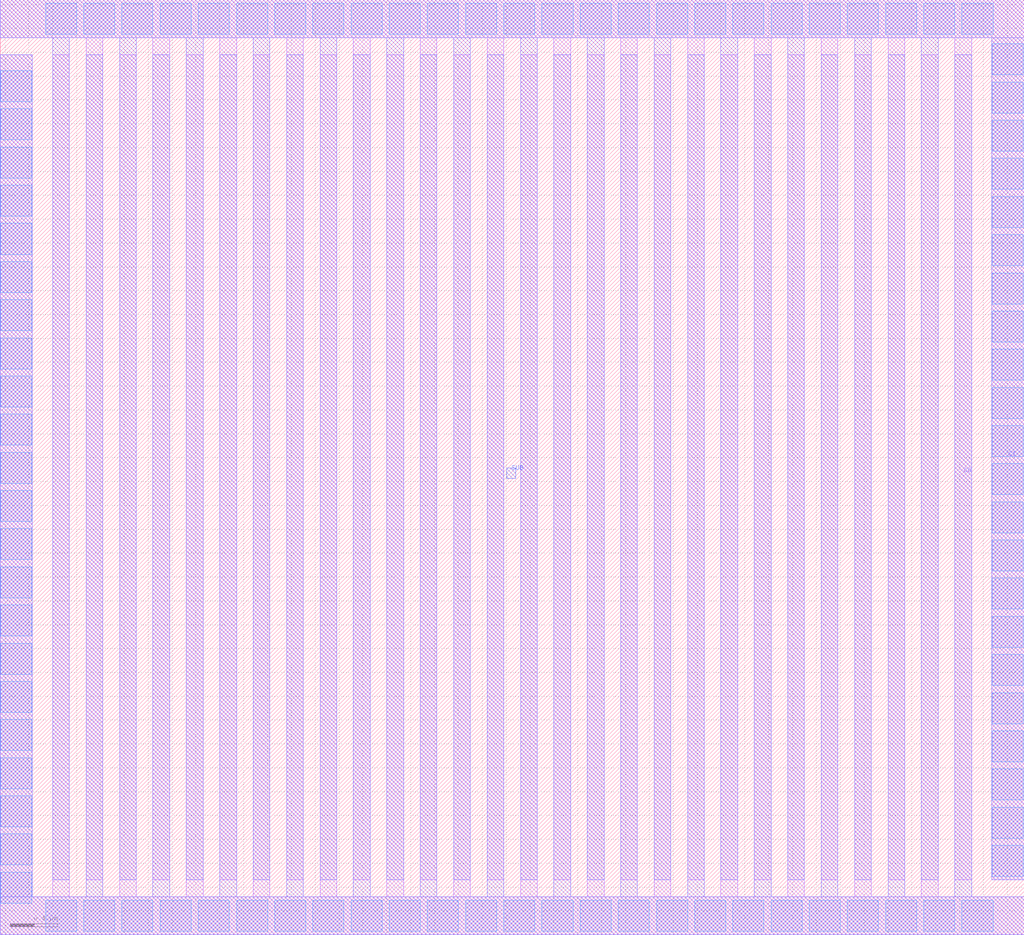
<source format=lef>
# Copyright 2020 The SkyWater PDK Authors
#
# Licensed under the Apache License, Version 2.0 (the "License");
# you may not use this file except in compliance with the License.
# You may obtain a copy of the License at
#
#     https://www.apache.org/licenses/LICENSE-2.0
#
# Unless required by applicable law or agreed to in writing, software
# distributed under the License is distributed on an "AS IS" BASIS,
# WITHOUT WARRANTIES OR CONDITIONS OF ANY KIND, either express or implied.
# See the License for the specific language governing permissions and
# limitations under the License.
#
# SPDX-License-Identifier: Apache-2.0

VERSION 5.7 ;
  NOWIREEXTENSIONATPIN ON ;
  DIVIDERCHAR "/" ;
  BUSBITCHARS "[]" ;
MACRO sky130_fd_pr__cap_vpp_08p6x07p8_m1m2_noshield
  CLASS BLOCK ;
  FOREIGN sky130_fd_pr__cap_vpp_08p6x07p8_m1m2_noshield ;
  ORIGIN  0.440000  0.000000 ;
  SIZE  8.580000 BY  7.840000 ;
  PIN C0
    PORT
      LAYER met2 ;
        RECT -0.440000 0.000000  8.140000 0.320000 ;
        RECT -0.440000 0.320000 -0.170000 7.380000 ;
        RECT  0.280000 0.320000  0.420000 7.380000 ;
        RECT  0.840000 0.320000  0.980000 7.380000 ;
        RECT  1.400000 0.320000  1.540000 7.380000 ;
        RECT  1.960000 0.320000  2.100000 7.380000 ;
        RECT  2.520000 0.320000  2.660000 7.380000 ;
        RECT  3.080000 0.320000  3.220000 7.380000 ;
        RECT  3.640000 0.320000  3.780000 7.380000 ;
        RECT  4.200000 0.320000  4.340000 7.380000 ;
        RECT  4.760000 0.320000  4.900000 7.380000 ;
        RECT  5.320000 0.320000  5.460000 7.380000 ;
        RECT  5.880000 0.320000  6.020000 7.380000 ;
        RECT  6.440000 0.320000  6.580000 7.380000 ;
        RECT  7.000000 0.320000  7.140000 7.380000 ;
        RECT  7.560000 0.320000  7.700000 7.380000 ;
    END
  END C0
  PIN C1
    PORT
      LAYER met2 ;
        RECT -0.440000 7.520000 8.140000 7.840000 ;
        RECT  0.000000 0.460000 0.140000 7.520000 ;
        RECT  0.560000 0.460000 0.700000 7.520000 ;
        RECT  1.120000 0.460000 1.260000 7.520000 ;
        RECT  1.680000 0.460000 1.820000 7.520000 ;
        RECT  2.240000 0.460000 2.380000 7.520000 ;
        RECT  2.800000 0.460000 2.940000 7.520000 ;
        RECT  3.360000 0.460000 3.500000 7.520000 ;
        RECT  3.920000 0.460000 4.060000 7.520000 ;
        RECT  4.480000 0.460000 4.620000 7.520000 ;
        RECT  5.040000 0.460000 5.180000 7.520000 ;
        RECT  5.600000 0.460000 5.740000 7.520000 ;
        RECT  6.160000 0.460000 6.300000 7.520000 ;
        RECT  6.720000 0.460000 6.860000 7.520000 ;
        RECT  7.280000 0.460000 7.420000 7.520000 ;
        RECT  7.870000 0.460000 8.140000 7.520000 ;
    END
  END C1
  PIN SUB
    PORT
      LAYER pwell ;
        RECT 3.805000 3.825000 3.880000 3.915000 ;
    END
  END SUB
  OBS
    LAYER met1 ;
      RECT -0.440000 0.000000  8.140000 0.320000 ;
      RECT -0.440000 0.320000 -0.170000 7.380000 ;
      RECT -0.440000 7.520000  8.140000 7.840000 ;
      RECT  0.000000 0.320000  0.140000 7.380000 ;
      RECT  0.280000 0.460000  0.420000 7.520000 ;
      RECT  0.560000 0.320000  0.700000 7.380000 ;
      RECT  0.840000 0.460000  0.980000 7.520000 ;
      RECT  1.120000 0.320000  1.260000 7.380000 ;
      RECT  1.400000 0.460000  1.540000 7.520000 ;
      RECT  1.680000 0.320000  1.820000 7.380000 ;
      RECT  1.960000 0.460000  2.100000 7.520000 ;
      RECT  2.240000 0.320000  2.380000 7.380000 ;
      RECT  2.520000 0.460000  2.660000 7.520000 ;
      RECT  2.800000 0.320000  2.940000 7.380000 ;
      RECT  3.080000 0.460000  3.220000 7.520000 ;
      RECT  3.360000 0.320000  3.500000 7.380000 ;
      RECT  3.640000 0.460000  3.780000 7.520000 ;
      RECT  3.920000 0.320000  4.060000 7.380000 ;
      RECT  4.200000 0.460000  4.340000 7.520000 ;
      RECT  4.480000 0.320000  4.620000 7.380000 ;
      RECT  4.760000 0.460000  4.900000 7.520000 ;
      RECT  5.040000 0.320000  5.180000 7.380000 ;
      RECT  5.320000 0.460000  5.460000 7.520000 ;
      RECT  5.600000 0.320000  5.740000 7.380000 ;
      RECT  5.880000 0.460000  6.020000 7.520000 ;
      RECT  6.160000 0.320000  6.300000 7.380000 ;
      RECT  6.440000 0.460000  6.580000 7.520000 ;
      RECT  6.720000 0.320000  6.860000 7.380000 ;
      RECT  7.000000 0.460000  7.140000 7.520000 ;
      RECT  7.280000 0.320000  7.420000 7.380000 ;
      RECT  7.560000 0.460000  7.700000 7.520000 ;
      RECT  7.870000 0.460000  8.140000 7.520000 ;
    LAYER via ;
      RECT -0.435000 0.265000 -0.175000 0.525000 ;
      RECT -0.435000 0.585000 -0.175000 0.845000 ;
      RECT -0.435000 0.905000 -0.175000 1.165000 ;
      RECT -0.435000 1.225000 -0.175000 1.485000 ;
      RECT -0.435000 1.545000 -0.175000 1.805000 ;
      RECT -0.435000 1.865000 -0.175000 2.125000 ;
      RECT -0.435000 2.185000 -0.175000 2.445000 ;
      RECT -0.435000 2.505000 -0.175000 2.765000 ;
      RECT -0.435000 2.825000 -0.175000 3.085000 ;
      RECT -0.435000 3.145000 -0.175000 3.405000 ;
      RECT -0.435000 3.465000 -0.175000 3.725000 ;
      RECT -0.435000 3.785000 -0.175000 4.045000 ;
      RECT -0.435000 4.105000 -0.175000 4.365000 ;
      RECT -0.435000 4.425000 -0.175000 4.685000 ;
      RECT -0.435000 4.745000 -0.175000 5.005000 ;
      RECT -0.435000 5.065000 -0.175000 5.325000 ;
      RECT -0.435000 5.385000 -0.175000 5.645000 ;
      RECT -0.435000 5.705000 -0.175000 5.965000 ;
      RECT -0.435000 6.025000 -0.175000 6.285000 ;
      RECT -0.435000 6.345000 -0.175000 6.605000 ;
      RECT -0.435000 6.665000 -0.175000 6.925000 ;
      RECT -0.435000 6.985000 -0.175000 7.245000 ;
      RECT -0.060000 0.030000  0.200000 0.290000 ;
      RECT -0.060000 7.550000  0.200000 7.810000 ;
      RECT  0.260000 0.030000  0.520000 0.290000 ;
      RECT  0.260000 7.550000  0.520000 7.810000 ;
      RECT  0.580000 0.030000  0.840000 0.290000 ;
      RECT  0.580000 7.550000  0.840000 7.810000 ;
      RECT  0.900000 0.030000  1.160000 0.290000 ;
      RECT  0.900000 7.550000  1.160000 7.810000 ;
      RECT  1.220000 0.030000  1.480000 0.290000 ;
      RECT  1.220000 7.550000  1.480000 7.810000 ;
      RECT  1.540000 0.030000  1.800000 0.290000 ;
      RECT  1.540000 7.550000  1.800000 7.810000 ;
      RECT  1.860000 0.030000  2.120000 0.290000 ;
      RECT  1.860000 7.550000  2.120000 7.810000 ;
      RECT  2.180000 0.030000  2.440000 0.290000 ;
      RECT  2.180000 7.550000  2.440000 7.810000 ;
      RECT  2.500000 0.030000  2.760000 0.290000 ;
      RECT  2.500000 7.550000  2.760000 7.810000 ;
      RECT  2.820000 0.030000  3.080000 0.290000 ;
      RECT  2.820000 7.550000  3.080000 7.810000 ;
      RECT  3.140000 0.030000  3.400000 0.290000 ;
      RECT  3.140000 7.550000  3.400000 7.810000 ;
      RECT  3.460000 0.030000  3.720000 0.290000 ;
      RECT  3.460000 7.550000  3.720000 7.810000 ;
      RECT  3.780000 0.030000  4.040000 0.290000 ;
      RECT  3.780000 7.550000  4.040000 7.810000 ;
      RECT  4.100000 0.030000  4.360000 0.290000 ;
      RECT  4.100000 7.550000  4.360000 7.810000 ;
      RECT  4.420000 0.030000  4.680000 0.290000 ;
      RECT  4.420000 7.550000  4.680000 7.810000 ;
      RECT  4.740000 0.030000  5.000000 0.290000 ;
      RECT  4.740000 7.550000  5.000000 7.810000 ;
      RECT  5.060000 0.030000  5.320000 0.290000 ;
      RECT  5.060000 7.550000  5.320000 7.810000 ;
      RECT  5.380000 0.030000  5.640000 0.290000 ;
      RECT  5.380000 7.550000  5.640000 7.810000 ;
      RECT  5.700000 0.030000  5.960000 0.290000 ;
      RECT  5.700000 7.550000  5.960000 7.810000 ;
      RECT  6.020000 0.030000  6.280000 0.290000 ;
      RECT  6.020000 7.550000  6.280000 7.810000 ;
      RECT  6.340000 0.030000  6.600000 0.290000 ;
      RECT  6.340000 7.550000  6.600000 7.810000 ;
      RECT  6.660000 0.030000  6.920000 0.290000 ;
      RECT  6.660000 7.550000  6.920000 7.810000 ;
      RECT  6.980000 0.030000  7.240000 0.290000 ;
      RECT  6.980000 7.550000  7.240000 7.810000 ;
      RECT  7.300000 0.030000  7.560000 0.290000 ;
      RECT  7.300000 7.550000  7.560000 7.810000 ;
      RECT  7.620000 0.030000  7.880000 0.290000 ;
      RECT  7.620000 7.550000  7.880000 7.810000 ;
      RECT  7.875000 0.490000  8.135000 0.750000 ;
      RECT  7.875000 0.810000  8.135000 1.070000 ;
      RECT  7.875000 1.130000  8.135000 1.390000 ;
      RECT  7.875000 1.450000  8.135000 1.710000 ;
      RECT  7.875000 1.770000  8.135000 2.030000 ;
      RECT  7.875000 2.090000  8.135000 2.350000 ;
      RECT  7.875000 2.410000  8.135000 2.670000 ;
      RECT  7.875000 2.730000  8.135000 2.990000 ;
      RECT  7.875000 3.050000  8.135000 3.310000 ;
      RECT  7.875000 3.370000  8.135000 3.630000 ;
      RECT  7.875000 3.690000  8.135000 3.950000 ;
      RECT  7.875000 4.010000  8.135000 4.270000 ;
      RECT  7.875000 4.330000  8.135000 4.590000 ;
      RECT  7.875000 4.650000  8.135000 4.910000 ;
      RECT  7.875000 4.970000  8.135000 5.230000 ;
      RECT  7.875000 5.290000  8.135000 5.550000 ;
      RECT  7.875000 5.610000  8.135000 5.870000 ;
      RECT  7.875000 5.930000  8.135000 6.190000 ;
      RECT  7.875000 6.250000  8.135000 6.510000 ;
      RECT  7.875000 6.570000  8.135000 6.830000 ;
      RECT  7.875000 6.890000  8.135000 7.150000 ;
      RECT  7.875000 7.210000  8.135000 7.470000 ;
  END
END sky130_fd_pr__cap_vpp_08p6x07p8_m1m2_noshield
END LIBRARY

</source>
